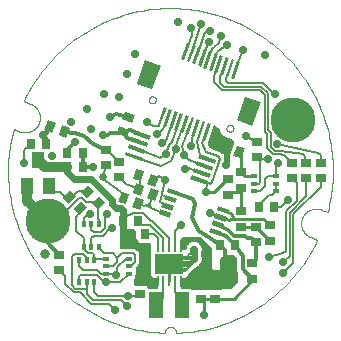
<source format=gbl>
G75*
%MOIN*%
%OFA0B0*%
%FSLAX25Y25*%
%IPPOS*%
%LPD*%
%AMOC8*
5,1,8,0,0,1.08239X$1,22.5*
%
%ADD10C,0.00004*%
%ADD11C,0.00000*%
%ADD12R,0.00984X0.05906*%
%ADD13R,0.08268X0.05512*%
%ADD14R,0.03543X0.02756*%
%ADD15R,0.02756X0.03543*%
%ADD16C,0.14961*%
%ADD17R,0.01000X0.03200*%
%ADD18R,0.09800X0.06900*%
%ADD19R,0.04882X0.08740*%
%ADD20R,0.01654X0.02362*%
%ADD21R,0.02362X0.01654*%
%ADD22R,0.03937X0.05512*%
%ADD23R,0.05800X0.01400*%
%ADD24R,0.01575X0.03937*%
%ADD25C,0.02775*%
%ADD26C,0.01200*%
%ADD27C,0.00800*%
%ADD28C,0.00600*%
%ADD29C,0.01000*%
%ADD30C,0.02578*%
%ADD31C,0.03169*%
%ADD32C,0.02000*%
%ADD33C,0.00787*%
%ADD34C,0.03200*%
%ADD35C,0.02400*%
%ADD36C,0.01600*%
D10*
X0029475Y0069444D02*
X0031670Y0068646D01*
X0031801Y0068600D01*
X0031934Y0068558D01*
X0032068Y0068520D01*
X0032203Y0068485D01*
X0032339Y0068455D01*
X0032476Y0068428D01*
X0032613Y0068405D01*
X0032751Y0068386D01*
X0032889Y0068371D01*
X0033028Y0068360D01*
X0033167Y0068353D01*
X0033307Y0068349D01*
X0033446Y0068350D01*
X0033585Y0068354D01*
X0033724Y0068363D01*
X0033863Y0068375D01*
X0034001Y0068392D01*
X0034139Y0068412D01*
X0034276Y0068436D01*
X0034412Y0068464D01*
X0034548Y0068496D01*
X0034683Y0068532D01*
X0034816Y0068572D01*
X0034949Y0068615D01*
X0035080Y0068662D01*
X0035209Y0068713D01*
X0035338Y0068767D01*
X0035464Y0068825D01*
X0035589Y0068886D01*
X0035712Y0068951D01*
X0035834Y0069020D01*
X0035953Y0069092D01*
X0036070Y0069167D01*
X0036185Y0069246D01*
X0036298Y0069327D01*
X0036408Y0069412D01*
X0036516Y0069500D01*
X0036622Y0069591D01*
X0036724Y0069685D01*
X0036824Y0069782D01*
X0036922Y0069882D01*
X0037016Y0069984D01*
X0037108Y0070089D01*
X0037196Y0070197D01*
X0037282Y0070307D01*
X0037364Y0070419D01*
X0037443Y0070534D01*
X0037519Y0070650D01*
X0037591Y0070769D01*
X0037660Y0070890D01*
X0037726Y0071013D01*
X0037788Y0071138D01*
X0037847Y0071264D01*
X0037902Y0071392D01*
X0037953Y0071522D01*
X0038001Y0071653D01*
X0038044Y0071785D01*
X0038085Y0071918D01*
X0038121Y0072052D01*
X0038154Y0072188D01*
X0038182Y0072324D01*
X0038207Y0072461D01*
X0038228Y0072599D01*
X0038245Y0072737D01*
X0038258Y0072876D01*
X0038267Y0073015D01*
X0038273Y0073154D01*
X0038274Y0073293D01*
X0038271Y0073432D01*
X0038265Y0073572D01*
X0038254Y0073710D01*
X0038240Y0073849D01*
X0038221Y0073987D01*
X0038199Y0074125D01*
X0038173Y0074261D01*
X0038143Y0074397D01*
X0038109Y0074532D01*
X0038072Y0074667D01*
X0038030Y0074800D01*
X0037985Y0074931D01*
X0037936Y0075062D01*
X0037884Y0075191D01*
X0037828Y0075318D01*
X0037768Y0075444D01*
X0037705Y0075568D01*
X0037638Y0075690D01*
X0037568Y0075810D01*
X0037494Y0075929D01*
X0037417Y0076045D01*
X0037337Y0076159D01*
X0037254Y0076270D01*
X0037167Y0076379D01*
X0037078Y0076486D01*
X0036985Y0076590D01*
X0036890Y0076692D01*
X0036791Y0076790D01*
X0036690Y0076886D01*
X0036587Y0076979D01*
X0036480Y0077069D01*
X0036372Y0077156D01*
X0036260Y0077240D01*
X0036147Y0077321D01*
X0036031Y0077398D01*
X0035913Y0077472D01*
X0035793Y0077543D01*
X0035671Y0077611D01*
X0035548Y0077674D01*
X0035422Y0077735D01*
X0035295Y0077792D01*
X0035166Y0077845D01*
X0035036Y0077894D01*
X0035036Y0077895D02*
X0032842Y0078693D01*
X0032841Y0078694D02*
X0033420Y0079885D01*
X0034027Y0081061D01*
X0034664Y0082222D01*
X0035328Y0083368D01*
X0036020Y0084496D01*
X0036740Y0085608D01*
X0037486Y0086701D01*
X0038260Y0087776D01*
X0039059Y0088832D01*
X0039884Y0089868D01*
X0040733Y0090883D01*
X0041608Y0091877D01*
X0042506Y0092850D01*
X0043428Y0093800D01*
X0044373Y0094727D01*
X0045340Y0095631D01*
X0046330Y0096512D01*
X0047340Y0097367D01*
X0048371Y0098198D01*
X0049422Y0099003D01*
X0050492Y0099782D01*
X0051582Y0100535D01*
X0052689Y0101261D01*
X0053814Y0101960D01*
X0054955Y0102631D01*
X0056112Y0103274D01*
X0057285Y0103888D01*
X0058473Y0104474D01*
X0059674Y0105030D01*
X0060889Y0105557D01*
X0062116Y0106054D01*
X0063355Y0106521D01*
X0064605Y0106957D01*
X0065866Y0107363D01*
X0067136Y0107737D01*
X0068414Y0108081D01*
X0069701Y0108393D01*
X0070995Y0108673D01*
X0072296Y0108922D01*
X0073602Y0109139D01*
X0074913Y0109324D01*
X0076228Y0109477D01*
X0077547Y0109597D01*
X0078868Y0109686D01*
X0080190Y0109742D01*
X0081514Y0109765D01*
X0082838Y0109756D01*
X0084162Y0109715D01*
X0085484Y0109642D01*
X0086804Y0109536D01*
X0088120Y0109398D01*
X0089433Y0109228D01*
X0090742Y0109025D01*
X0092045Y0108791D01*
X0093342Y0108525D01*
X0094632Y0108227D01*
X0095915Y0107898D01*
X0097189Y0107538D01*
X0098454Y0107146D01*
X0099708Y0106724D01*
X0100953Y0106271D01*
X0102185Y0105788D01*
X0103406Y0105275D01*
X0104614Y0104732D01*
X0105808Y0104160D01*
X0106987Y0103559D01*
X0108152Y0102929D01*
X0109301Y0102270D01*
X0110433Y0101584D01*
X0111548Y0100871D01*
X0112646Y0100130D01*
X0113725Y0099363D01*
X0114785Y0098569D01*
X0115825Y0097750D01*
X0116845Y0096906D01*
X0117844Y0096037D01*
X0118821Y0095144D01*
X0119777Y0094227D01*
X0120709Y0093287D01*
X0121618Y0092324D01*
X0122504Y0091340D01*
X0123365Y0090334D01*
X0124201Y0089308D01*
X0125012Y0088261D01*
X0125797Y0087195D01*
X0126556Y0086110D01*
X0127288Y0085007D01*
X0127993Y0083886D01*
X0128670Y0082748D01*
X0129319Y0081594D01*
X0129940Y0080425D01*
X0130532Y0079240D01*
X0131095Y0078042D01*
X0131628Y0076830D01*
X0132132Y0075605D01*
X0132605Y0074369D01*
X0133048Y0073121D01*
X0133460Y0071863D01*
X0133842Y0070595D01*
X0134192Y0069318D01*
X0134511Y0068033D01*
X0134799Y0066741D01*
X0135055Y0065442D01*
X0135279Y0064137D01*
X0135471Y0062827D01*
X0135631Y0061512D01*
X0135758Y0060194D01*
X0135854Y0058874D01*
X0135917Y0057551D01*
X0135948Y0056228D01*
X0135946Y0054904D01*
X0135912Y0053580D01*
X0135846Y0052258D01*
X0135747Y0050937D01*
X0135616Y0049620D01*
X0135453Y0048306D01*
X0135258Y0046996D01*
X0135031Y0045692D01*
X0134772Y0044393D01*
X0134481Y0043102D01*
X0134159Y0041817D01*
X0131965Y0042616D01*
X0131965Y0042615D02*
X0131834Y0042661D01*
X0131701Y0042703D01*
X0131567Y0042741D01*
X0131432Y0042776D01*
X0131296Y0042806D01*
X0131159Y0042833D01*
X0131022Y0042856D01*
X0130884Y0042875D01*
X0130746Y0042890D01*
X0130607Y0042901D01*
X0130468Y0042908D01*
X0130328Y0042912D01*
X0130189Y0042911D01*
X0130050Y0042907D01*
X0129911Y0042898D01*
X0129772Y0042886D01*
X0129634Y0042869D01*
X0129496Y0042849D01*
X0129359Y0042825D01*
X0129223Y0042797D01*
X0129087Y0042765D01*
X0128952Y0042729D01*
X0128819Y0042689D01*
X0128686Y0042646D01*
X0128555Y0042599D01*
X0128426Y0042548D01*
X0128297Y0042494D01*
X0128171Y0042436D01*
X0128046Y0042375D01*
X0127923Y0042310D01*
X0127801Y0042241D01*
X0127682Y0042169D01*
X0127565Y0042094D01*
X0127450Y0042015D01*
X0127337Y0041934D01*
X0127227Y0041849D01*
X0127119Y0041761D01*
X0127013Y0041670D01*
X0126911Y0041576D01*
X0126811Y0041479D01*
X0126713Y0041379D01*
X0126619Y0041277D01*
X0126527Y0041172D01*
X0126439Y0041064D01*
X0126353Y0040954D01*
X0126271Y0040842D01*
X0126192Y0040727D01*
X0126116Y0040611D01*
X0126044Y0040492D01*
X0125975Y0040371D01*
X0125909Y0040248D01*
X0125847Y0040123D01*
X0125788Y0039997D01*
X0125733Y0039869D01*
X0125682Y0039739D01*
X0125634Y0039608D01*
X0125591Y0039476D01*
X0125550Y0039343D01*
X0125514Y0039209D01*
X0125481Y0039073D01*
X0125453Y0038937D01*
X0125428Y0038800D01*
X0125407Y0038662D01*
X0125390Y0038524D01*
X0125377Y0038385D01*
X0125368Y0038246D01*
X0125362Y0038107D01*
X0125361Y0037968D01*
X0125364Y0037829D01*
X0125370Y0037689D01*
X0125381Y0037551D01*
X0125395Y0037412D01*
X0125414Y0037274D01*
X0125436Y0037136D01*
X0125462Y0037000D01*
X0125492Y0036864D01*
X0125526Y0036729D01*
X0125563Y0036594D01*
X0125605Y0036461D01*
X0125650Y0036330D01*
X0125699Y0036199D01*
X0125751Y0036070D01*
X0125807Y0035943D01*
X0125867Y0035817D01*
X0125930Y0035693D01*
X0125997Y0035571D01*
X0126067Y0035451D01*
X0126141Y0035332D01*
X0126218Y0035216D01*
X0126298Y0035102D01*
X0126381Y0034991D01*
X0126468Y0034882D01*
X0126557Y0034775D01*
X0126650Y0034671D01*
X0126745Y0034569D01*
X0126844Y0034471D01*
X0126945Y0034375D01*
X0127048Y0034282D01*
X0127155Y0034192D01*
X0127263Y0034105D01*
X0127375Y0034021D01*
X0127488Y0033940D01*
X0127604Y0033863D01*
X0127722Y0033789D01*
X0127842Y0033718D01*
X0127964Y0033650D01*
X0128087Y0033587D01*
X0128213Y0033526D01*
X0128340Y0033469D01*
X0128469Y0033416D01*
X0128599Y0033367D01*
X0128598Y0033367D02*
X0130793Y0032568D01*
X0079849Y0001533D02*
X0078539Y0001596D01*
X0077231Y0001692D01*
X0075926Y0001818D01*
X0074624Y0001977D01*
X0073327Y0002167D01*
X0072035Y0002388D01*
X0070748Y0002641D01*
X0069468Y0002924D01*
X0068195Y0003239D01*
X0066930Y0003584D01*
X0065674Y0003960D01*
X0064427Y0004366D01*
X0063190Y0004802D01*
X0061965Y0005268D01*
X0060751Y0005764D01*
X0059549Y0006289D01*
X0058361Y0006843D01*
X0057186Y0007425D01*
X0056026Y0008036D01*
X0054881Y0008674D01*
X0053751Y0009341D01*
X0052638Y0010034D01*
X0051542Y0010754D01*
X0050464Y0011500D01*
X0049405Y0012273D01*
X0048364Y0013071D01*
X0047343Y0013893D01*
X0046342Y0014740D01*
X0045362Y0015612D01*
X0044404Y0016506D01*
X0043467Y0017424D01*
X0042553Y0018364D01*
X0041662Y0019326D01*
X0040794Y0020309D01*
X0039951Y0021313D01*
X0039132Y0022337D01*
X0038338Y0023381D01*
X0037570Y0024443D01*
X0036827Y0025524D01*
X0036111Y0026622D01*
X0035422Y0027738D01*
X0034760Y0028870D01*
X0034126Y0030017D01*
X0033520Y0031180D01*
X0032942Y0032357D01*
X0032392Y0033547D01*
X0031872Y0034751D01*
X0031381Y0035967D01*
X0030919Y0037194D01*
X0030488Y0038432D01*
X0030086Y0039681D01*
X0029715Y0040938D01*
X0029375Y0042204D01*
X0029065Y0043478D01*
X0028786Y0044760D01*
X0028538Y0046047D01*
X0028322Y0047340D01*
X0028137Y0048639D01*
X0027983Y0049941D01*
X0027861Y0051246D01*
X0027770Y0052554D01*
X0027712Y0053864D01*
X0027685Y0055175D01*
X0027690Y0056486D01*
X0027726Y0057797D01*
X0027795Y0059107D01*
X0027895Y0060414D01*
X0028026Y0061719D01*
X0028190Y0063020D01*
X0028384Y0064316D01*
X0028610Y0065608D01*
X0028868Y0066894D01*
X0029156Y0068173D01*
X0029475Y0069445D01*
X0079848Y0001533D02*
X0079852Y0001620D01*
X0079859Y0001707D01*
X0079870Y0001794D01*
X0079886Y0001880D01*
X0079904Y0001965D01*
X0079927Y0002049D01*
X0079953Y0002133D01*
X0079983Y0002215D01*
X0080017Y0002295D01*
X0080054Y0002374D01*
X0080095Y0002452D01*
X0080139Y0002527D01*
X0080186Y0002600D01*
X0080237Y0002672D01*
X0080290Y0002741D01*
X0080347Y0002807D01*
X0080407Y0002871D01*
X0080469Y0002932D01*
X0080534Y0002990D01*
X0080601Y0003046D01*
X0080671Y0003098D01*
X0080743Y0003148D01*
X0080818Y0003194D01*
X0080894Y0003236D01*
X0080972Y0003275D01*
X0081052Y0003311D01*
X0081133Y0003343D01*
X0081215Y0003372D01*
X0081299Y0003397D01*
X0081384Y0003418D01*
X0081469Y0003435D01*
X0081556Y0003449D01*
X0081643Y0003458D01*
X0081730Y0003464D01*
X0081817Y0003466D01*
X0081904Y0003464D01*
X0081991Y0003458D01*
X0082078Y0003449D01*
X0082165Y0003435D01*
X0082250Y0003418D01*
X0082335Y0003397D01*
X0082419Y0003372D01*
X0082501Y0003343D01*
X0082582Y0003311D01*
X0082662Y0003275D01*
X0082740Y0003236D01*
X0082816Y0003194D01*
X0082891Y0003148D01*
X0082963Y0003098D01*
X0083033Y0003046D01*
X0083100Y0002990D01*
X0083165Y0002932D01*
X0083227Y0002871D01*
X0083287Y0002807D01*
X0083344Y0002741D01*
X0083397Y0002672D01*
X0083448Y0002600D01*
X0083495Y0002527D01*
X0083539Y0002452D01*
X0083580Y0002374D01*
X0083617Y0002295D01*
X0083651Y0002215D01*
X0083681Y0002133D01*
X0083707Y0002049D01*
X0083730Y0001965D01*
X0083748Y0001880D01*
X0083764Y0001794D01*
X0083775Y0001707D01*
X0083782Y0001620D01*
X0083786Y0001533D01*
D11*
X0083785Y0001533D02*
X0085100Y0001597D01*
X0086413Y0001692D01*
X0087723Y0001820D01*
X0089030Y0001980D01*
X0090333Y0002171D01*
X0091630Y0002394D01*
X0092922Y0002648D01*
X0094207Y0002934D01*
X0095484Y0003251D01*
X0096754Y0003599D01*
X0098015Y0003977D01*
X0099266Y0004386D01*
X0100507Y0004826D01*
X0101737Y0005295D01*
X0102955Y0005794D01*
X0104160Y0006323D01*
X0105353Y0006881D01*
X0106531Y0007468D01*
X0107695Y0008083D01*
X0108843Y0008726D01*
X0109976Y0009397D01*
X0111092Y0010096D01*
X0112190Y0010821D01*
X0113271Y0011573D01*
X0114333Y0012351D01*
X0115376Y0013154D01*
X0116399Y0013983D01*
X0117401Y0014836D01*
X0118383Y0015713D01*
X0119343Y0016614D01*
X0120280Y0017538D01*
X0121195Y0018485D01*
X0122087Y0019453D01*
X0122955Y0020443D01*
X0123798Y0021454D01*
X0124617Y0022485D01*
X0125410Y0023535D01*
X0126178Y0024605D01*
X0126919Y0025692D01*
X0127633Y0026798D01*
X0128321Y0027921D01*
X0128981Y0029060D01*
X0129613Y0030214D01*
X0130217Y0031384D01*
X0130792Y0032568D01*
X0100451Y0069782D02*
X0100453Y0069851D01*
X0100459Y0069919D01*
X0100469Y0069987D01*
X0100483Y0070054D01*
X0100501Y0070121D01*
X0100522Y0070186D01*
X0100548Y0070250D01*
X0100577Y0070312D01*
X0100609Y0070372D01*
X0100645Y0070431D01*
X0100685Y0070487D01*
X0100727Y0070541D01*
X0100773Y0070592D01*
X0100822Y0070641D01*
X0100873Y0070687D01*
X0100927Y0070729D01*
X0100983Y0070769D01*
X0101041Y0070805D01*
X0101102Y0070837D01*
X0101164Y0070866D01*
X0101228Y0070892D01*
X0101293Y0070913D01*
X0101360Y0070931D01*
X0101427Y0070945D01*
X0101495Y0070955D01*
X0101563Y0070961D01*
X0101632Y0070963D01*
X0101701Y0070961D01*
X0101769Y0070955D01*
X0101837Y0070945D01*
X0101904Y0070931D01*
X0101971Y0070913D01*
X0102036Y0070892D01*
X0102100Y0070866D01*
X0102162Y0070837D01*
X0102222Y0070805D01*
X0102281Y0070769D01*
X0102337Y0070729D01*
X0102391Y0070687D01*
X0102442Y0070641D01*
X0102491Y0070592D01*
X0102537Y0070541D01*
X0102579Y0070487D01*
X0102619Y0070431D01*
X0102655Y0070372D01*
X0102687Y0070312D01*
X0102716Y0070250D01*
X0102742Y0070186D01*
X0102763Y0070121D01*
X0102781Y0070054D01*
X0102795Y0069987D01*
X0102805Y0069919D01*
X0102811Y0069851D01*
X0102813Y0069782D01*
X0102811Y0069713D01*
X0102805Y0069645D01*
X0102795Y0069577D01*
X0102781Y0069510D01*
X0102763Y0069443D01*
X0102742Y0069378D01*
X0102716Y0069314D01*
X0102687Y0069252D01*
X0102655Y0069191D01*
X0102619Y0069133D01*
X0102579Y0069077D01*
X0102537Y0069023D01*
X0102491Y0068972D01*
X0102442Y0068923D01*
X0102391Y0068877D01*
X0102337Y0068835D01*
X0102281Y0068795D01*
X0102223Y0068759D01*
X0102162Y0068727D01*
X0102100Y0068698D01*
X0102036Y0068672D01*
X0101971Y0068651D01*
X0101904Y0068633D01*
X0101837Y0068619D01*
X0101769Y0068609D01*
X0101701Y0068603D01*
X0101632Y0068601D01*
X0101563Y0068603D01*
X0101495Y0068609D01*
X0101427Y0068619D01*
X0101360Y0068633D01*
X0101293Y0068651D01*
X0101228Y0068672D01*
X0101164Y0068698D01*
X0101102Y0068727D01*
X0101041Y0068759D01*
X0100983Y0068795D01*
X0100927Y0068835D01*
X0100873Y0068877D01*
X0100822Y0068923D01*
X0100773Y0068972D01*
X0100727Y0069023D01*
X0100685Y0069077D01*
X0100645Y0069133D01*
X0100609Y0069191D01*
X0100577Y0069252D01*
X0100548Y0069314D01*
X0100522Y0069378D01*
X0100501Y0069443D01*
X0100483Y0069510D01*
X0100469Y0069577D01*
X0100459Y0069645D01*
X0100453Y0069713D01*
X0100451Y0069782D01*
X0074554Y0079208D02*
X0074556Y0079277D01*
X0074562Y0079345D01*
X0074572Y0079413D01*
X0074586Y0079480D01*
X0074604Y0079547D01*
X0074625Y0079612D01*
X0074651Y0079676D01*
X0074680Y0079738D01*
X0074712Y0079798D01*
X0074748Y0079857D01*
X0074788Y0079913D01*
X0074830Y0079967D01*
X0074876Y0080018D01*
X0074925Y0080067D01*
X0074976Y0080113D01*
X0075030Y0080155D01*
X0075086Y0080195D01*
X0075144Y0080231D01*
X0075205Y0080263D01*
X0075267Y0080292D01*
X0075331Y0080318D01*
X0075396Y0080339D01*
X0075463Y0080357D01*
X0075530Y0080371D01*
X0075598Y0080381D01*
X0075666Y0080387D01*
X0075735Y0080389D01*
X0075804Y0080387D01*
X0075872Y0080381D01*
X0075940Y0080371D01*
X0076007Y0080357D01*
X0076074Y0080339D01*
X0076139Y0080318D01*
X0076203Y0080292D01*
X0076265Y0080263D01*
X0076325Y0080231D01*
X0076384Y0080195D01*
X0076440Y0080155D01*
X0076494Y0080113D01*
X0076545Y0080067D01*
X0076594Y0080018D01*
X0076640Y0079967D01*
X0076682Y0079913D01*
X0076722Y0079857D01*
X0076758Y0079798D01*
X0076790Y0079738D01*
X0076819Y0079676D01*
X0076845Y0079612D01*
X0076866Y0079547D01*
X0076884Y0079480D01*
X0076898Y0079413D01*
X0076908Y0079345D01*
X0076914Y0079277D01*
X0076916Y0079208D01*
X0076914Y0079139D01*
X0076908Y0079071D01*
X0076898Y0079003D01*
X0076884Y0078936D01*
X0076866Y0078869D01*
X0076845Y0078804D01*
X0076819Y0078740D01*
X0076790Y0078678D01*
X0076758Y0078617D01*
X0076722Y0078559D01*
X0076682Y0078503D01*
X0076640Y0078449D01*
X0076594Y0078398D01*
X0076545Y0078349D01*
X0076494Y0078303D01*
X0076440Y0078261D01*
X0076384Y0078221D01*
X0076326Y0078185D01*
X0076265Y0078153D01*
X0076203Y0078124D01*
X0076139Y0078098D01*
X0076074Y0078077D01*
X0076007Y0078059D01*
X0075940Y0078045D01*
X0075872Y0078035D01*
X0075804Y0078029D01*
X0075735Y0078027D01*
X0075666Y0078029D01*
X0075598Y0078035D01*
X0075530Y0078045D01*
X0075463Y0078059D01*
X0075396Y0078077D01*
X0075331Y0078098D01*
X0075267Y0078124D01*
X0075205Y0078153D01*
X0075144Y0078185D01*
X0075086Y0078221D01*
X0075030Y0078261D01*
X0074976Y0078303D01*
X0074925Y0078349D01*
X0074876Y0078398D01*
X0074830Y0078449D01*
X0074788Y0078503D01*
X0074748Y0078559D01*
X0074712Y0078617D01*
X0074680Y0078678D01*
X0074651Y0078740D01*
X0074625Y0078804D01*
X0074604Y0078869D01*
X0074586Y0078936D01*
X0074572Y0079003D01*
X0074562Y0079071D01*
X0074556Y0079139D01*
X0074554Y0079208D01*
D12*
G36*
X0078466Y0070882D02*
X0077541Y0071219D01*
X0079560Y0076768D01*
X0080485Y0076431D01*
X0078466Y0070882D01*
G37*
G36*
X0080316Y0070209D02*
X0079391Y0070546D01*
X0081410Y0076095D01*
X0082335Y0075758D01*
X0080316Y0070209D01*
G37*
G36*
X0082166Y0069536D02*
X0081241Y0069873D01*
X0083260Y0075422D01*
X0084185Y0075085D01*
X0082166Y0069536D01*
G37*
G36*
X0084016Y0068863D02*
X0083091Y0069200D01*
X0085110Y0074749D01*
X0086035Y0074412D01*
X0084016Y0068863D01*
G37*
G36*
X0085866Y0068189D02*
X0084941Y0068526D01*
X0086960Y0074075D01*
X0087885Y0073738D01*
X0085866Y0068189D01*
G37*
G36*
X0087715Y0067516D02*
X0086790Y0067853D01*
X0088809Y0073402D01*
X0089734Y0073065D01*
X0087715Y0067516D01*
G37*
G36*
X0089565Y0066843D02*
X0088640Y0067180D01*
X0090659Y0072729D01*
X0091584Y0072392D01*
X0089565Y0066843D01*
G37*
G36*
X0091415Y0066169D02*
X0090490Y0066506D01*
X0092509Y0072055D01*
X0093434Y0071718D01*
X0091415Y0066169D01*
G37*
G36*
X0093265Y0065496D02*
X0092340Y0065833D01*
X0094359Y0071382D01*
X0095284Y0071045D01*
X0093265Y0065496D01*
G37*
G36*
X0095114Y0064823D02*
X0094189Y0065160D01*
X0096208Y0070709D01*
X0097133Y0070372D01*
X0095114Y0064823D01*
G37*
G36*
X0102924Y0086280D02*
X0101999Y0086617D01*
X0104018Y0092166D01*
X0104943Y0091829D01*
X0102924Y0086280D01*
G37*
G36*
X0101075Y0086954D02*
X0100150Y0087291D01*
X0102169Y0092840D01*
X0103094Y0092503D01*
X0101075Y0086954D01*
G37*
G36*
X0099225Y0087627D02*
X0098300Y0087964D01*
X0100319Y0093513D01*
X0101244Y0093176D01*
X0099225Y0087627D01*
G37*
G36*
X0097375Y0088300D02*
X0096450Y0088637D01*
X0098469Y0094186D01*
X0099394Y0093849D01*
X0097375Y0088300D01*
G37*
G36*
X0095525Y0088974D02*
X0094600Y0089311D01*
X0096619Y0094860D01*
X0097544Y0094523D01*
X0095525Y0088974D01*
G37*
G36*
X0093675Y0089647D02*
X0092750Y0089984D01*
X0094769Y0095533D01*
X0095694Y0095196D01*
X0093675Y0089647D01*
G37*
G36*
X0091826Y0090320D02*
X0090901Y0090657D01*
X0092920Y0096206D01*
X0093845Y0095869D01*
X0091826Y0090320D01*
G37*
G36*
X0089976Y0090993D02*
X0089051Y0091330D01*
X0091070Y0096879D01*
X0091995Y0096542D01*
X0089976Y0090993D01*
G37*
G36*
X0088126Y0091667D02*
X0087201Y0092004D01*
X0089220Y0097553D01*
X0090145Y0097216D01*
X0088126Y0091667D01*
G37*
G36*
X0086276Y0092340D02*
X0085351Y0092677D01*
X0087370Y0098226D01*
X0088295Y0097889D01*
X0086276Y0092340D01*
G37*
D13*
G36*
X0078597Y0090526D02*
X0075769Y0082757D01*
X0070591Y0084642D01*
X0073419Y0092411D01*
X0078597Y0090526D01*
G37*
G36*
X0111893Y0078407D02*
X0109065Y0070638D01*
X0103887Y0072523D01*
X0106715Y0080292D01*
X0111893Y0078407D01*
G37*
D14*
X0110557Y0065276D03*
X0110557Y0060158D03*
X0105439Y0055040D03*
X0101109Y0052678D03*
X0105439Y0049922D03*
X0101109Y0047560D03*
X0105439Y0042048D03*
X0105439Y0036930D03*
X0110164Y0036930D03*
X0114888Y0037324D03*
X0114888Y0032206D03*
X0110164Y0031812D03*
X0108983Y0024725D03*
X0108983Y0019607D03*
X0096778Y0018032D03*
X0092053Y0018032D03*
X0092053Y0012914D03*
X0096778Y0012914D03*
X0071581Y0014489D03*
X0071581Y0019607D03*
X0044694Y0022478D03*
X0044694Y0027596D03*
X0064494Y0053465D03*
X0064494Y0058583D03*
X0060164Y0057402D03*
X0060164Y0062520D03*
X0122368Y0058190D03*
X0127093Y0058190D03*
X0131817Y0058190D03*
X0131817Y0053072D03*
X0127093Y0053072D03*
X0122368Y0053072D03*
D15*
X0116266Y0043426D03*
X0111148Y0043426D03*
X0103274Y0030828D03*
X0098156Y0030828D03*
G36*
X0076643Y0045534D02*
X0074054Y0046477D01*
X0075265Y0049804D01*
X0077854Y0048861D01*
X0076643Y0045534D01*
G37*
G36*
X0070297Y0046867D02*
X0072886Y0045924D01*
X0071675Y0042597D01*
X0069086Y0043540D01*
X0070297Y0046867D01*
G37*
G36*
X0071834Y0047284D02*
X0069245Y0048227D01*
X0070456Y0051554D01*
X0073045Y0050611D01*
X0071834Y0047284D01*
G37*
G36*
X0065487Y0048617D02*
X0068076Y0047674D01*
X0066865Y0044347D01*
X0064276Y0045290D01*
X0065487Y0048617D01*
G37*
G36*
X0071834Y0052009D02*
X0069245Y0052952D01*
X0070456Y0056279D01*
X0073045Y0055336D01*
X0071834Y0052009D01*
G37*
G36*
X0076643Y0050258D02*
X0074054Y0051201D01*
X0075265Y0054528D01*
X0077854Y0053585D01*
X0076643Y0050258D01*
G37*
X0070990Y0038702D03*
X0073353Y0034371D03*
X0068235Y0034371D03*
X0065872Y0038702D03*
G36*
X0057481Y0042818D02*
X0055532Y0044767D01*
X0058035Y0047270D01*
X0059984Y0045321D01*
X0057481Y0042818D01*
G37*
G36*
X0052014Y0045417D02*
X0053963Y0043468D01*
X0051460Y0040965D01*
X0049511Y0042914D01*
X0052014Y0045417D01*
G37*
G36*
X0048395Y0049036D02*
X0050344Y0047087D01*
X0047841Y0044584D01*
X0045892Y0046533D01*
X0048395Y0049036D01*
G37*
G36*
X0053862Y0046437D02*
X0051913Y0048386D01*
X0054416Y0050889D01*
X0056365Y0048940D01*
X0053862Y0046437D01*
G37*
X0052486Y0056812D03*
X0052486Y0061536D03*
X0047368Y0061536D03*
X0047368Y0056812D03*
X0040282Y0064489D03*
X0035164Y0064489D03*
G36*
X0042306Y0068150D02*
X0039717Y0069093D01*
X0040928Y0072420D01*
X0043517Y0071477D01*
X0042306Y0068150D01*
G37*
G36*
X0047116Y0066400D02*
X0044527Y0067343D01*
X0045738Y0070670D01*
X0048327Y0069727D01*
X0047116Y0066400D01*
G37*
G36*
X0068116Y0069269D02*
X0067173Y0066680D01*
X0063846Y0067891D01*
X0064789Y0070480D01*
X0068116Y0069269D01*
G37*
G36*
X0069867Y0074079D02*
X0068924Y0071490D01*
X0065597Y0072701D01*
X0066540Y0075290D01*
X0069867Y0074079D01*
G37*
G36*
X0099196Y0065728D02*
X0101785Y0064785D01*
X0100574Y0061458D01*
X0097985Y0062401D01*
X0099196Y0065728D01*
G37*
G36*
X0104005Y0063977D02*
X0106594Y0063034D01*
X0105383Y0059707D01*
X0102794Y0060650D01*
X0104005Y0063977D01*
G37*
D16*
X0122737Y0072580D03*
X0040897Y0038681D03*
D17*
X0077486Y0030228D03*
X0079455Y0030228D03*
X0081423Y0030228D03*
X0083392Y0030228D03*
X0085360Y0030228D03*
X0085360Y0018828D03*
X0083392Y0018828D03*
X0081423Y0018828D03*
X0079455Y0018828D03*
X0077486Y0018828D03*
D18*
X0081423Y0024528D03*
D19*
X0077132Y0010749D03*
X0085715Y0010749D03*
D20*
X0057998Y0030237D03*
X0055439Y0030237D03*
X0052880Y0030237D03*
X0053864Y0025906D03*
X0051305Y0025906D03*
X0056423Y0025906D03*
X0056423Y0018426D03*
X0053864Y0018426D03*
X0051305Y0018426D03*
X0052880Y0037717D03*
X0055439Y0037717D03*
X0057998Y0037717D03*
D21*
X0060360Y0026300D03*
X0060360Y0023741D03*
X0060360Y0021182D03*
X0067841Y0021182D03*
X0067841Y0023741D03*
X0067841Y0026300D03*
X0109573Y0048741D03*
X0109573Y0051300D03*
X0109573Y0053859D03*
X0117053Y0053859D03*
X0117053Y0051300D03*
X0117053Y0048741D03*
D22*
X0041463Y0050513D03*
X0033983Y0050513D03*
X0037723Y0059174D03*
D23*
G36*
X0067119Y0061971D02*
X0072568Y0059988D01*
X0072089Y0058673D01*
X0066640Y0060656D01*
X0067119Y0061971D01*
G37*
G36*
X0067994Y0064375D02*
X0073443Y0062392D01*
X0072964Y0061077D01*
X0067515Y0063060D01*
X0067994Y0064375D01*
G37*
G36*
X0068869Y0066780D02*
X0074318Y0064797D01*
X0073839Y0063482D01*
X0068390Y0065465D01*
X0068869Y0066780D01*
G37*
G36*
X0069745Y0069185D02*
X0075194Y0067202D01*
X0074715Y0065887D01*
X0069266Y0067870D01*
X0069745Y0069185D01*
G37*
G36*
X0088920Y0054036D02*
X0094369Y0052053D01*
X0093890Y0050738D01*
X0088441Y0052721D01*
X0088920Y0054036D01*
G37*
G36*
X0089795Y0056441D02*
X0095244Y0054458D01*
X0094765Y0053143D01*
X0089316Y0055126D01*
X0089795Y0056441D01*
G37*
G36*
X0090670Y0058845D02*
X0096119Y0056862D01*
X0095640Y0055547D01*
X0090191Y0057530D01*
X0090670Y0058845D01*
G37*
G36*
X0091545Y0061250D02*
X0096994Y0059267D01*
X0096515Y0057952D01*
X0091066Y0059935D01*
X0091545Y0061250D01*
G37*
D24*
G36*
X0080519Y0048442D02*
X0081057Y0049920D01*
X0084755Y0048574D01*
X0084217Y0047096D01*
X0080519Y0048442D01*
G37*
G36*
X0079644Y0046037D02*
X0080182Y0047515D01*
X0083880Y0046169D01*
X0083342Y0044691D01*
X0079644Y0046037D01*
G37*
G36*
X0078768Y0043632D02*
X0079306Y0045110D01*
X0083004Y0043764D01*
X0082466Y0042286D01*
X0078768Y0043632D01*
G37*
G36*
X0077893Y0041228D02*
X0078431Y0042706D01*
X0082129Y0041360D01*
X0081591Y0039882D01*
X0077893Y0041228D01*
G37*
G36*
X0094634Y0035135D02*
X0095172Y0036613D01*
X0098870Y0035267D01*
X0098332Y0033789D01*
X0094634Y0035135D01*
G37*
G36*
X0095509Y0037539D02*
X0096047Y0039017D01*
X0099745Y0037671D01*
X0099207Y0036193D01*
X0095509Y0037539D01*
G37*
G36*
X0096384Y0039944D02*
X0096922Y0041422D01*
X0100620Y0040076D01*
X0100082Y0038598D01*
X0096384Y0039944D01*
G37*
G36*
X0097260Y0042349D02*
X0097798Y0043827D01*
X0101496Y0042481D01*
X0100958Y0041003D01*
X0097260Y0042349D01*
G37*
D25*
X0094913Y0041354D03*
X0093609Y0048544D03*
X0086553Y0055993D03*
X0086453Y0060660D03*
X0083628Y0062907D03*
X0080242Y0061143D03*
X0079136Y0064717D03*
X0077343Y0067979D03*
X0073943Y0071772D03*
X0064494Y0080040D03*
X0059770Y0081221D03*
X0053864Y0076103D03*
X0048746Y0071772D03*
X0055439Y0069410D03*
X0059376Y0067442D03*
X0061738Y0073347D03*
X0049927Y0065080D03*
X0042222Y0060533D03*
X0039305Y0067435D03*
X0032998Y0057993D03*
X0055833Y0056725D03*
X0055046Y0041064D03*
X0060557Y0041064D03*
X0062293Y0036525D03*
X0063752Y0020814D03*
X0060444Y0018368D03*
X0067644Y0013898D03*
X0067250Y0010324D03*
X0063313Y0009174D03*
X0089691Y0026103D03*
X0089691Y0029253D03*
X0085360Y0037520D03*
X0079908Y0052589D03*
X0088490Y0063678D03*
X0100321Y0057599D03*
X0107014Y0067048D03*
X0114344Y0059417D03*
X0117644Y0057993D03*
X0117443Y0064485D03*
X0116644Y0081221D03*
X0113313Y0094213D03*
X0105833Y0095788D03*
X0100715Y0097363D03*
X0098746Y0100513D03*
X0094991Y0102300D03*
X0092085Y0104450D03*
X0088510Y0103269D03*
X0084179Y0105237D03*
X0094510Y0098376D03*
X0070006Y0094607D03*
X0067250Y0087914D03*
X0121033Y0045964D03*
X0114494Y0026891D03*
X0119219Y0025104D03*
X0119325Y0021529D03*
X0092841Y0007599D03*
D26*
X0105833Y0022757D02*
X0108983Y0019607D01*
X0105833Y0022757D02*
X0105833Y0027284D01*
X0103274Y0030828D01*
X0100321Y0033977D01*
X0096752Y0035201D01*
X0097627Y0037605D02*
X0101109Y0035946D01*
X0103077Y0033977D01*
X0106620Y0033977D01*
X0107408Y0033190D01*
X0108786Y0033190D01*
X0110164Y0031812D01*
X0110164Y0025906D01*
X0108983Y0024725D01*
X0101109Y0025709D02*
X0099927Y0026891D01*
X0099927Y0029056D01*
X0098156Y0030828D01*
X0095990Y0032402D01*
X0091266Y0035552D01*
X0088904Y0039883D01*
X0090085Y0044607D01*
X0089298Y0046182D01*
X0082637Y0048508D01*
X0071354Y0065131D02*
X0067250Y0066654D01*
X0065981Y0068580D01*
X0068431Y0069017D01*
X0072230Y0067536D01*
X0065981Y0068580D02*
X0065612Y0068211D01*
X0061781Y0068272D01*
X0060951Y0067442D01*
X0059376Y0067442D01*
X0056030Y0064587D02*
X0060164Y0062520D01*
X0056030Y0064587D02*
X0053077Y0067048D01*
X0049927Y0068229D01*
X0046427Y0068535D01*
X0049927Y0065080D02*
X0047368Y0062520D01*
X0047368Y0061536D01*
X0052486Y0061536D02*
X0052486Y0056812D01*
X0055746Y0056812D01*
X0055833Y0056725D01*
X0040282Y0064489D02*
X0040282Y0066459D01*
X0039305Y0067435D01*
X0061738Y0073347D02*
X0063707Y0074528D01*
X0067732Y0073390D01*
X0040897Y0038681D02*
X0040897Y0031393D01*
X0044694Y0027596D01*
D27*
X0052880Y0030237D02*
X0052880Y0032993D01*
X0050266Y0035607D01*
X0050266Y0040221D01*
X0051737Y0041692D01*
X0051737Y0043191D01*
X0053803Y0045044D02*
X0052430Y0046418D01*
X0051345Y0046418D01*
X0043608Y0038681D01*
X0040897Y0038681D01*
X0046543Y0046810D02*
X0044809Y0048544D01*
X0041660Y0048544D01*
X0041463Y0048741D01*
X0041463Y0050513D01*
X0046543Y0046810D02*
X0048118Y0046810D01*
X0048981Y0046810D01*
X0050834Y0048664D01*
X0054139Y0048664D01*
X0053803Y0045044D02*
X0057758Y0045044D01*
X0057758Y0039533D01*
X0057998Y0039292D01*
X0057998Y0037717D01*
X0055046Y0041064D02*
X0054182Y0041064D01*
X0052880Y0039761D01*
X0052880Y0037717D01*
X0066176Y0046482D02*
X0065282Y0048544D01*
X0060164Y0052087D01*
X0059156Y0053527D01*
X0060164Y0057402D01*
X0064494Y0058583D02*
X0060557Y0062520D01*
X0060164Y0062520D01*
X0064494Y0053465D02*
X0066857Y0051300D01*
X0071145Y0049419D01*
X0071581Y0052087D01*
X0071145Y0054144D01*
X0075954Y0047669D02*
X0074977Y0044655D01*
X0074953Y0044645D01*
X0075437Y0043236D01*
X0074962Y0043437D01*
X0074977Y0044655D01*
X0074628Y0043579D01*
X0073486Y0044064D01*
X0073006Y0043874D01*
X0070986Y0044732D01*
X0073486Y0044064D02*
X0074953Y0044645D01*
X0074628Y0043579D02*
X0074962Y0043437D01*
X0075437Y0043236D02*
X0080011Y0041294D01*
X0080886Y0043698D02*
X0078274Y0045001D01*
X0079137Y0047742D01*
X0079061Y0047363D01*
X0081762Y0046103D01*
X0079137Y0047742D02*
X0079455Y0049331D01*
X0072783Y0041473D02*
X0069198Y0041473D01*
X0068395Y0040670D01*
X0067644Y0040670D01*
X0065872Y0038702D01*
X0070990Y0038702D02*
X0072172Y0037520D01*
X0075136Y0037520D01*
X0079455Y0033201D01*
X0079455Y0030228D01*
X0077486Y0030228D02*
X0077486Y0033190D01*
X0076305Y0034371D01*
X0073353Y0034371D01*
X0075299Y0038920D02*
X0073368Y0040851D01*
X0073368Y0040887D01*
X0072783Y0041473D01*
X0075299Y0038920D02*
X0075716Y0038920D01*
X0081423Y0033213D01*
X0081423Y0030228D01*
X0083392Y0030228D02*
X0083392Y0035552D01*
X0085360Y0037520D01*
X0088835Y0029321D02*
X0090479Y0029321D01*
X0090547Y0029253D01*
X0090547Y0026103D01*
X0089298Y0024854D01*
X0086542Y0022098D01*
X0084573Y0022098D01*
X0084504Y0022028D01*
X0082229Y0022028D01*
X0081973Y0021772D01*
X0080874Y0021772D01*
X0080618Y0022028D01*
X0078343Y0022028D01*
X0078273Y0022098D01*
X0077161Y0022098D01*
X0077093Y0022166D01*
X0077093Y0026891D01*
X0077231Y0027028D01*
X0082586Y0027028D01*
X0082842Y0027284D01*
X0083942Y0027284D01*
X0084198Y0027028D01*
X0084898Y0027028D01*
X0084967Y0026959D01*
X0087329Y0026959D01*
X0087722Y0027353D01*
X0088835Y0028466D01*
X0088835Y0029321D01*
X0088835Y0029280D02*
X0090520Y0029280D01*
X0090547Y0028481D02*
X0088835Y0028481D01*
X0088052Y0027683D02*
X0090547Y0027683D01*
X0090547Y0026884D02*
X0077093Y0026884D01*
X0077093Y0026086D02*
X0090530Y0026086D01*
X0089732Y0025287D02*
X0077093Y0025287D01*
X0077093Y0024489D02*
X0088933Y0024489D01*
X0089298Y0024854D02*
X0089298Y0024854D01*
X0088135Y0023690D02*
X0077093Y0023690D01*
X0077093Y0022892D02*
X0087336Y0022892D01*
X0084569Y0022093D02*
X0078278Y0022093D01*
X0079455Y0018828D02*
X0079455Y0013111D01*
X0077132Y0010788D01*
X0077132Y0010749D01*
X0083392Y0015080D02*
X0085715Y0012757D01*
X0085715Y0010749D01*
X0083392Y0015080D02*
X0083392Y0018828D01*
X0111148Y0043426D02*
X0111148Y0044017D01*
X0114494Y0047363D01*
X0115675Y0047363D01*
X0117053Y0048741D01*
X0117053Y0051300D01*
X0117053Y0053859D02*
X0114298Y0053859D01*
X0113313Y0052875D01*
X0113313Y0050513D01*
X0111542Y0048741D01*
X0109573Y0048741D01*
X0109573Y0051300D02*
X0111345Y0051300D01*
X0111754Y0051709D01*
X0111754Y0059039D01*
X0112132Y0059417D01*
X0111298Y0059417D01*
X0110557Y0060158D01*
X0112132Y0059417D02*
X0114344Y0059417D01*
X0117053Y0057402D02*
X0117644Y0057993D01*
X0117053Y0057402D02*
X0117053Y0053859D01*
X0121033Y0045964D02*
X0118495Y0043426D01*
X0116266Y0043426D01*
X0095597Y0051694D02*
X0097172Y0056418D01*
X0098409Y0059511D01*
X0097565Y0060355D01*
X0093628Y0061930D01*
X0092447Y0064686D01*
X0093812Y0068439D01*
X0079013Y0073825D02*
X0077880Y0070591D01*
X0075912Y0070591D01*
X0073943Y0071772D01*
X0091405Y0052387D02*
X0094220Y0051488D01*
X0093609Y0049698D01*
X0093609Y0048544D01*
X0094575Y0051375D02*
X0094220Y0051488D01*
X0094575Y0051375D02*
X0094809Y0051300D01*
X0095597Y0051694D01*
X0103471Y0089223D02*
X0105833Y0095788D01*
X0100715Y0097363D02*
X0098746Y0096182D01*
X0097172Y0095001D01*
X0096072Y0091917D01*
X0094222Y0092590D02*
X0095659Y0096149D01*
X0096235Y0096725D01*
X0097959Y0098150D01*
X0098746Y0100513D01*
X0088904Y0100906D02*
X0088510Y0103269D01*
X0088904Y0100906D02*
X0086823Y0095283D01*
D28*
X0088673Y0094610D02*
X0092085Y0104450D01*
X0093235Y0101694D02*
X0094991Y0102300D01*
X0093235Y0101694D02*
X0090523Y0093936D01*
X0092373Y0093263D02*
X0094510Y0098376D01*
X0097922Y0091243D02*
X0096384Y0087127D01*
X0096384Y0085036D01*
X0099037Y0082383D01*
X0111635Y0082383D01*
X0113157Y0080862D01*
X0113157Y0068612D01*
X0113956Y0067813D01*
X0113956Y0063040D01*
X0115998Y0060998D01*
X0118139Y0060998D01*
X0119805Y0060780D01*
X0122368Y0058217D01*
X0122368Y0058190D01*
X0127093Y0058190D02*
X0126305Y0061143D01*
X0118217Y0062198D01*
X0116496Y0062198D01*
X0115156Y0063537D01*
X0115156Y0068310D01*
X0114357Y0069109D01*
X0114357Y0081359D01*
X0112132Y0083583D01*
X0099534Y0083583D01*
X0098353Y0084765D01*
X0098353Y0086733D01*
X0099772Y0090570D01*
X0101622Y0089897D02*
X0100321Y0086339D01*
X0100321Y0085552D01*
X0101090Y0084783D01*
X0112629Y0084783D01*
X0116191Y0081221D01*
X0116644Y0081221D01*
X0102290Y0065867D02*
X0101131Y0066301D01*
X0100940Y0066301D01*
X0099661Y0066831D01*
X0099626Y0066866D01*
X0099140Y0067048D01*
X0097959Y0068623D01*
X0097959Y0069410D01*
X0096425Y0069794D01*
X0094542Y0064621D01*
X0095065Y0063402D01*
X0097931Y0062255D01*
X0098352Y0062255D01*
X0098633Y0061974D01*
X0099002Y0061827D01*
X0099126Y0061536D01*
X0101502Y0061536D01*
X0102120Y0063185D01*
X0102675Y0064710D01*
X0102290Y0065867D01*
X0102310Y0065805D02*
X0094973Y0065805D01*
X0094755Y0065207D02*
X0102510Y0065207D01*
X0102639Y0064608D02*
X0094547Y0064608D01*
X0094804Y0064010D02*
X0102421Y0064010D01*
X0102203Y0063411D02*
X0095060Y0063411D01*
X0096537Y0062813D02*
X0101981Y0062813D01*
X0101757Y0062214D02*
X0098393Y0062214D01*
X0099092Y0061616D02*
X0101532Y0061616D01*
X0100692Y0066404D02*
X0095191Y0066404D01*
X0095409Y0067002D02*
X0099262Y0067002D01*
X0098725Y0067601D02*
X0095627Y0067601D01*
X0095844Y0068199D02*
X0098276Y0068199D01*
X0097959Y0068798D02*
X0096062Y0068798D01*
X0096280Y0069396D02*
X0097959Y0069396D01*
X0091962Y0069112D02*
X0090479Y0065080D01*
X0091660Y0060749D01*
X0094030Y0059601D01*
X0093155Y0057196D02*
X0088116Y0059174D01*
X0086453Y0060660D01*
X0085754Y0063898D01*
X0088262Y0070459D01*
X0086413Y0071132D02*
X0083786Y0064292D01*
X0083628Y0062907D01*
X0081817Y0058780D01*
X0078668Y0057206D01*
X0069604Y0060322D01*
X0070479Y0062726D02*
X0077093Y0060355D01*
X0078274Y0059961D01*
X0080242Y0061143D01*
X0081423Y0064292D01*
X0082211Y0065080D01*
X0084563Y0071806D01*
X0082713Y0072479D02*
X0080242Y0065473D01*
X0079136Y0064717D01*
X0077343Y0067979D02*
X0079455Y0069410D01*
X0080863Y0073152D01*
X0090112Y0069786D02*
X0088904Y0066261D01*
X0088490Y0063678D01*
X0087723Y0056418D02*
X0086553Y0055993D01*
X0087723Y0056418D02*
X0092280Y0054792D01*
X0070006Y0035158D02*
X0070006Y0032796D01*
X0070475Y0032328D01*
X0070475Y0031978D01*
X0071353Y0031099D01*
X0075124Y0031099D01*
X0075124Y0028700D01*
X0075023Y0028600D01*
X0075023Y0020457D01*
X0075902Y0019578D01*
X0077455Y0019578D01*
X0077455Y0016654D01*
X0074731Y0016654D01*
X0073943Y0017442D01*
X0070400Y0017442D01*
X0070006Y0017835D01*
X0070006Y0019218D01*
X0070522Y0019734D01*
X0070522Y0023155D01*
X0070667Y0023300D01*
X0071722Y0024355D01*
X0071722Y0028245D01*
X0071195Y0028772D01*
X0070140Y0029827D01*
X0065495Y0029827D01*
X0065282Y0030040D01*
X0065282Y0035158D01*
X0066069Y0035946D01*
X0068475Y0035946D01*
X0068991Y0035430D01*
X0069734Y0035430D01*
X0070006Y0035158D01*
X0069883Y0035281D02*
X0065405Y0035281D01*
X0065282Y0034683D02*
X0070006Y0034683D01*
X0070006Y0034084D02*
X0065282Y0034084D01*
X0065282Y0033486D02*
X0070006Y0033486D01*
X0070006Y0032887D02*
X0065282Y0032887D01*
X0065282Y0032289D02*
X0070475Y0032289D01*
X0070762Y0031690D02*
X0065282Y0031690D01*
X0065282Y0031092D02*
X0075124Y0031092D01*
X0075124Y0030493D02*
X0065282Y0030493D01*
X0065427Y0029895D02*
X0075124Y0029895D01*
X0075124Y0029296D02*
X0070671Y0029296D01*
X0071269Y0028698D02*
X0075122Y0028698D01*
X0075023Y0028099D02*
X0071722Y0028099D01*
X0071722Y0027501D02*
X0075023Y0027501D01*
X0075023Y0026902D02*
X0071722Y0026902D01*
X0071722Y0026304D02*
X0075023Y0026304D01*
X0075023Y0025705D02*
X0071722Y0025705D01*
X0071722Y0025107D02*
X0075023Y0025107D01*
X0075023Y0024508D02*
X0071722Y0024508D01*
X0071277Y0023910D02*
X0075023Y0023910D01*
X0075023Y0023311D02*
X0070678Y0023311D01*
X0070522Y0022713D02*
X0075023Y0022713D01*
X0075023Y0022114D02*
X0070522Y0022114D01*
X0070522Y0021516D02*
X0075023Y0021516D01*
X0075023Y0020917D02*
X0070522Y0020917D01*
X0070522Y0020319D02*
X0075162Y0020319D01*
X0075760Y0019720D02*
X0070508Y0019720D01*
X0070006Y0019122D02*
X0077455Y0019122D01*
X0077455Y0018523D02*
X0070006Y0018523D01*
X0070006Y0017924D02*
X0077455Y0017924D01*
X0077455Y0017326D02*
X0074059Y0017326D01*
X0074657Y0016727D02*
X0077455Y0016727D01*
X0071581Y0014489D02*
X0070990Y0013898D01*
X0067644Y0013898D01*
X0057801Y0013898D01*
X0056423Y0015276D01*
X0056423Y0018426D01*
X0053864Y0018426D02*
X0053864Y0016654D01*
X0053490Y0016280D01*
X0053864Y0015905D01*
X0053864Y0014601D01*
X0056122Y0012343D01*
X0065231Y0012343D01*
X0067250Y0010324D01*
X0063313Y0009174D02*
X0061345Y0011143D01*
X0055439Y0011143D01*
X0051502Y0015080D01*
X0049619Y0015080D01*
X0046778Y0017920D01*
X0046778Y0020394D01*
X0044694Y0022478D01*
X0049047Y0027191D02*
X0049047Y0017348D01*
X0050116Y0016280D01*
X0053490Y0016280D01*
X0053864Y0016654D02*
X0053864Y0015905D01*
X0051305Y0018426D02*
X0051305Y0020394D01*
X0051896Y0020985D01*
X0057145Y0020985D01*
X0059762Y0018368D01*
X0060444Y0018368D01*
X0065027Y0018368D01*
X0067841Y0021182D01*
X0067841Y0023741D02*
X0068562Y0023741D01*
X0069922Y0025100D01*
X0069922Y0027500D01*
X0069395Y0028027D01*
X0065631Y0028027D01*
X0064101Y0026497D01*
X0064101Y0025316D01*
X0062526Y0023741D01*
X0060360Y0023741D01*
X0060360Y0026300D02*
X0056620Y0026300D01*
X0056423Y0026103D01*
X0056423Y0025906D01*
X0056423Y0026103D02*
X0056423Y0027481D01*
X0055833Y0028072D01*
X0054258Y0028072D01*
X0052880Y0029450D01*
X0052880Y0030237D01*
X0052505Y0027987D02*
X0049843Y0027987D01*
X0049047Y0027191D01*
X0051305Y0025906D02*
X0051305Y0023938D01*
X0052683Y0022560D01*
X0057408Y0022560D01*
X0058786Y0021182D01*
X0060360Y0021182D01*
X0063384Y0021182D01*
X0063752Y0020814D01*
X0064101Y0021163D01*
X0064101Y0023347D01*
X0067053Y0026300D01*
X0067841Y0026300D01*
X0064101Y0026497D02*
X0062526Y0028072D01*
X0059770Y0028072D01*
X0057998Y0029843D01*
X0057998Y0030237D01*
X0055439Y0030237D02*
X0055439Y0033171D01*
X0056227Y0033958D01*
X0059217Y0033958D01*
X0061783Y0036525D01*
X0062293Y0036525D01*
X0060005Y0036444D02*
X0060005Y0040512D01*
X0060557Y0041064D01*
X0060005Y0036444D02*
X0058720Y0035158D01*
X0056227Y0035158D01*
X0055439Y0035946D01*
X0055439Y0037717D01*
X0052505Y0027987D02*
X0053864Y0026628D01*
X0053864Y0025906D01*
X0066003Y0035880D02*
X0068541Y0035880D01*
X0085392Y0032434D02*
X0085392Y0029478D01*
X0086804Y0029478D01*
X0086804Y0029827D01*
X0086935Y0030145D01*
X0086935Y0030828D01*
X0087329Y0031221D01*
X0087576Y0031221D01*
X0088056Y0031701D01*
X0089117Y0032140D01*
X0090266Y0032140D01*
X0091327Y0031701D01*
X0092139Y0030888D01*
X0092579Y0029827D01*
X0092579Y0028678D01*
X0092447Y0028361D01*
X0092447Y0026995D01*
X0092579Y0026677D01*
X0092579Y0025529D01*
X0092139Y0024468D01*
X0091327Y0023655D01*
X0090405Y0023273D01*
X0087823Y0020692D01*
X0087823Y0020457D01*
X0086945Y0019578D01*
X0085392Y0019578D01*
X0085392Y0017017D01*
X0085790Y0016619D01*
X0088777Y0016619D01*
X0089135Y0016261D01*
X0098746Y0016261D01*
X0099140Y0016654D01*
X0101896Y0016654D01*
X0103864Y0018623D01*
X0103864Y0021755D01*
X0103733Y0021887D01*
X0103733Y0026235D01*
X0102683Y0027284D01*
X0099927Y0027284D01*
X0098746Y0026103D01*
X0098746Y0022560D01*
X0098353Y0022166D01*
X0095990Y0022166D01*
X0095203Y0022954D01*
X0095203Y0029646D01*
X0091660Y0033190D01*
X0086148Y0033190D01*
X0085392Y0032434D01*
X0085392Y0032289D02*
X0092561Y0032289D01*
X0093159Y0031690D02*
X0091337Y0031690D01*
X0091936Y0031092D02*
X0093758Y0031092D01*
X0094356Y0030493D02*
X0092303Y0030493D01*
X0092551Y0029895D02*
X0094955Y0029895D01*
X0095203Y0029296D02*
X0092579Y0029296D01*
X0092579Y0028698D02*
X0095203Y0028698D01*
X0095203Y0028099D02*
X0092447Y0028099D01*
X0092447Y0027501D02*
X0095203Y0027501D01*
X0095203Y0026902D02*
X0092486Y0026902D01*
X0092579Y0026304D02*
X0095203Y0026304D01*
X0095203Y0025705D02*
X0092579Y0025705D01*
X0092404Y0025107D02*
X0095203Y0025107D01*
X0095203Y0024508D02*
X0092156Y0024508D01*
X0091581Y0023910D02*
X0095203Y0023910D01*
X0095203Y0023311D02*
X0090496Y0023311D01*
X0089844Y0022713D02*
X0095444Y0022713D01*
X0098746Y0022713D02*
X0103733Y0022713D01*
X0103733Y0023311D02*
X0098746Y0023311D01*
X0098746Y0023910D02*
X0103733Y0023910D01*
X0103733Y0024508D02*
X0098746Y0024508D01*
X0098746Y0025107D02*
X0103733Y0025107D01*
X0103733Y0025705D02*
X0098746Y0025705D01*
X0098947Y0026304D02*
X0103664Y0026304D01*
X0103065Y0026902D02*
X0099545Y0026902D01*
X0103733Y0022114D02*
X0089245Y0022114D01*
X0088647Y0021516D02*
X0103864Y0021516D01*
X0103864Y0020917D02*
X0088048Y0020917D01*
X0087685Y0020319D02*
X0103864Y0020319D01*
X0103864Y0019720D02*
X0087086Y0019720D01*
X0085392Y0019122D02*
X0103864Y0019122D01*
X0103765Y0018523D02*
X0085392Y0018523D01*
X0085392Y0017924D02*
X0103166Y0017924D01*
X0102568Y0017326D02*
X0085392Y0017326D01*
X0085681Y0016727D02*
X0101969Y0016727D01*
X0114494Y0026891D02*
X0119219Y0028072D01*
X0120362Y0028859D01*
X0120362Y0042058D01*
X0123943Y0045639D01*
X0123943Y0051497D01*
X0122368Y0053072D01*
X0127093Y0053072D02*
X0127093Y0047092D01*
X0121562Y0041561D01*
X0121562Y0027265D01*
X0119401Y0025104D01*
X0119219Y0025104D01*
X0122762Y0024966D02*
X0119325Y0021529D01*
X0122762Y0024966D02*
X0122762Y0041064D01*
X0131817Y0050119D01*
X0131817Y0053072D01*
X0131817Y0058190D02*
X0131817Y0060749D01*
X0131030Y0061536D01*
X0117443Y0064485D01*
X0091962Y0032887D02*
X0085845Y0032887D01*
X0085392Y0031690D02*
X0088045Y0031690D01*
X0087199Y0031092D02*
X0085392Y0031092D01*
X0085392Y0030493D02*
X0086935Y0030493D01*
X0086832Y0029895D02*
X0085392Y0029895D01*
X0035164Y0064489D02*
X0032998Y0062520D01*
X0032998Y0057993D01*
D29*
X0065872Y0038702D02*
X0065872Y0038308D01*
X0065872Y0036733D01*
X0065872Y0036591D01*
X0067997Y0034466D01*
X0068235Y0034371D02*
X0065872Y0036733D01*
X0081423Y0024528D02*
X0081423Y0018828D01*
X0092053Y0012914D02*
X0096778Y0012914D01*
X0102880Y0012914D01*
X0108983Y0019017D01*
X0108983Y0019607D01*
X0114888Y0032206D02*
X0110164Y0036930D01*
X0105439Y0036930D01*
X0102970Y0039489D02*
X0102612Y0039847D01*
X0102322Y0041296D01*
X0099378Y0042415D01*
X0098502Y0040010D02*
X0094913Y0041354D01*
X0098502Y0040010D02*
X0101258Y0039170D01*
X0102612Y0039847D01*
X0102970Y0039489D02*
X0112723Y0039489D01*
X0114888Y0037324D01*
X0105439Y0042048D02*
X0105439Y0048544D01*
X0102093Y0048544D01*
X0101109Y0047560D01*
X0105439Y0048544D02*
X0105439Y0049922D01*
X0106620Y0053859D02*
X0109573Y0053859D01*
X0106620Y0053859D02*
X0105439Y0055040D01*
X0105439Y0061097D01*
X0104694Y0061842D01*
X0107014Y0067048D02*
X0110557Y0065276D01*
X0101109Y0052678D02*
X0100518Y0052678D01*
X0096384Y0048544D01*
X0093609Y0048544D01*
X0092053Y0012914D02*
X0092841Y0012127D01*
X0092841Y0007599D01*
D30*
X0059156Y0053527D03*
D31*
X0040085Y0027678D03*
X0101109Y0025709D03*
D32*
X0100321Y0057599D02*
X0100715Y0057993D01*
X0100715Y0062763D01*
X0099885Y0063593D01*
D33*
X0079908Y0052589D02*
X0077880Y0053662D01*
X0075954Y0052393D01*
X0079908Y0052589D02*
X0079455Y0049331D01*
D34*
X0047368Y0056812D02*
X0040085Y0056812D01*
X0037723Y0059174D01*
X0033983Y0050513D02*
X0033983Y0045596D01*
X0040897Y0038681D01*
D35*
X0049534Y0052875D02*
X0047368Y0055040D01*
X0047368Y0056812D01*
X0049534Y0052875D02*
X0055439Y0052875D01*
X0062329Y0045985D01*
X0062329Y0044483D01*
X0063802Y0043010D01*
X0065274Y0043010D01*
X0065872Y0042411D01*
X0065872Y0038308D01*
X0065872Y0038702D02*
X0065872Y0036102D01*
X0067183Y0034792D01*
D36*
X0067997Y0034466D01*
X0068235Y0034371D01*
X0067183Y0034792D02*
X0066268Y0035158D01*
X0039305Y0067435D02*
X0041617Y0070285D01*
M02*

</source>
